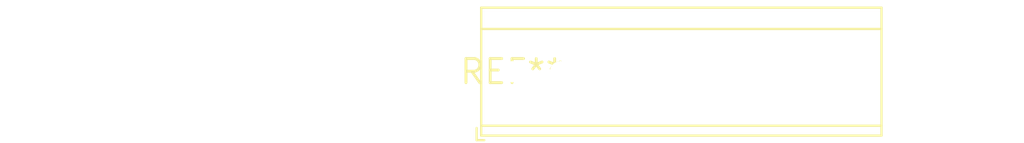
<source format=kicad_pcb>
(kicad_pcb (version 20240108) (generator pcbnew)
  (layers (0 "F.Cu" signal) (31 "B.Cu" signal) (34 "B.Paste" user) (35 "F.Paste" user) (36 "B.SilkS" user "B.Silkscreen") (37 "F.SilkS" user "F.Silkscreen") (38 "B.Mask" user) (39 "F.Mask" user) (44 "Edge.Cuts" user))
  (net 0 "")
  (footprint "TerminalBlock_TE_282834-8_1x08_P2.54mm_Horizontal" (layer "F.Cu") (at 0 0)
    (property "Reference" "REF**")
    (property "Value" "TerminalBlock_TE_282834-8_1x08_P2.54mm_Horizontal")
    (fp_line (start -1.86 2.97) (end -1.86 3.61) (layer "F.SilkS") (stroke (width 0.12)))
    (fp_line (start -1.86 3.61) (end -1.46 3.61) (layer "F.SilkS") (stroke (width 0.12)))
    (fp_line (start -1.62 -3.37) (end -1.62 3.37) (layer "F.SilkS") (stroke (width 0.12)))
    (fp_line (start -1.62 -3.37) (end 19.4 -3.37) (layer "F.SilkS") (stroke (width 0.12)))
    (fp_line (start -1.62 -2.25) (end 19.4 -2.25) (layer "F.SilkS") (stroke (width 0.12)))
    (fp_line (start -1.62 2.85) (end 19.4 2.85) (layer "F.SilkS") (stroke (width 0.12)))
    (fp_line (start -1.62 3.37) (end 19.4 3.37) (layer "F.SilkS") (stroke (width 0.12)))
    (fp_line (start 19.4 -3.37) (end 19.4 3.37) (layer "F.SilkS") (stroke (width 0.12)))
    (pad "1" thru_hole rect (at 0 0) (size 2.1 2.1) (drill 1.1) (layers *.Cu *.Mask) (remove_unused_layers))
    (pad "2" thru_hole circle (at 2.54 0) (size 2.1 2.1) (drill 1.1) (layers *.Cu *.Mask) (remove_unused_layers))
    (pad "3" thru_hole circle (at 5.08 0) (size 2.1 2.1) (drill 1.1) (layers *.Cu *.Mask) (remove_unused_layers))
    (pad "4" thru_hole circle (at 7.62 0) (size 2.1 2.1) (drill 1.1) (layers *.Cu *.Mask) (remove_unused_layers))
    (pad "5" thru_hole circle (at 10.16 0) (size 2.1 2.1) (drill 1.1) (layers *.Cu *.Mask) (remove_unused_layers))
    (pad "6" thru_hole circle (at 12.7 0) (size 2.1 2.1) (drill 1.1) (layers *.Cu *.Mask) (remove_unused_layers))
    (pad "7" thru_hole circle (at 15.24 0) (size 2.1 2.1) (drill 1.1) (layers *.Cu *.Mask) (remove_unused_layers))
    (pad "8" thru_hole circle (at 17.78 0) (size 2.1 2.1) (drill 1.1) (layers *.Cu *.Mask) (remove_unused_layers))
  )
)
</source>
